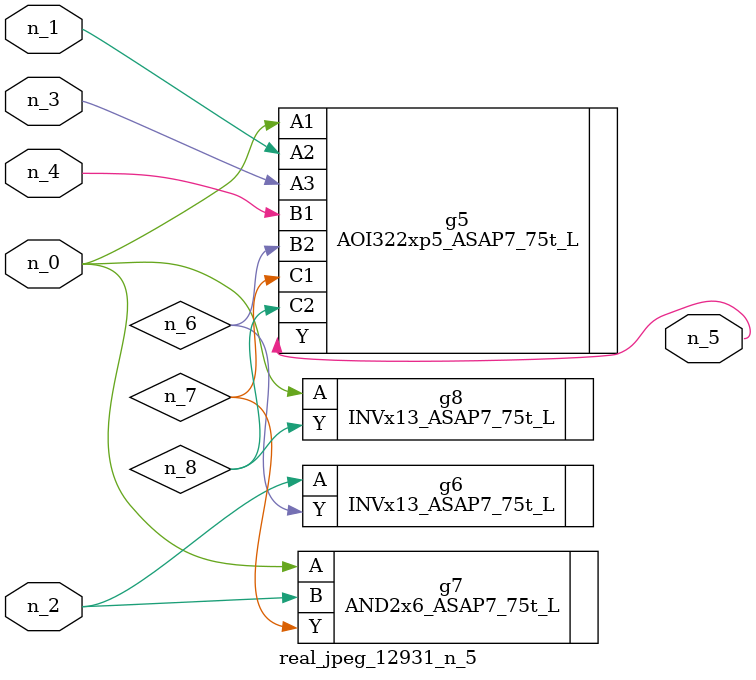
<source format=v>
module real_jpeg_12931_n_5 (n_4, n_0, n_1, n_2, n_3, n_5);

input n_4;
input n_0;
input n_1;
input n_2;
input n_3;

output n_5;

wire n_8;
wire n_6;
wire n_7;

AOI322xp5_ASAP7_75t_L g5 ( 
.A1(n_0),
.A2(n_1),
.A3(n_3),
.B1(n_4),
.B2(n_6),
.C1(n_7),
.C2(n_8),
.Y(n_5)
);

AND2x6_ASAP7_75t_L g7 ( 
.A(n_0),
.B(n_2),
.Y(n_7)
);

INVx13_ASAP7_75t_L g8 ( 
.A(n_0),
.Y(n_8)
);

INVx13_ASAP7_75t_L g6 ( 
.A(n_2),
.Y(n_6)
);


endmodule
</source>
